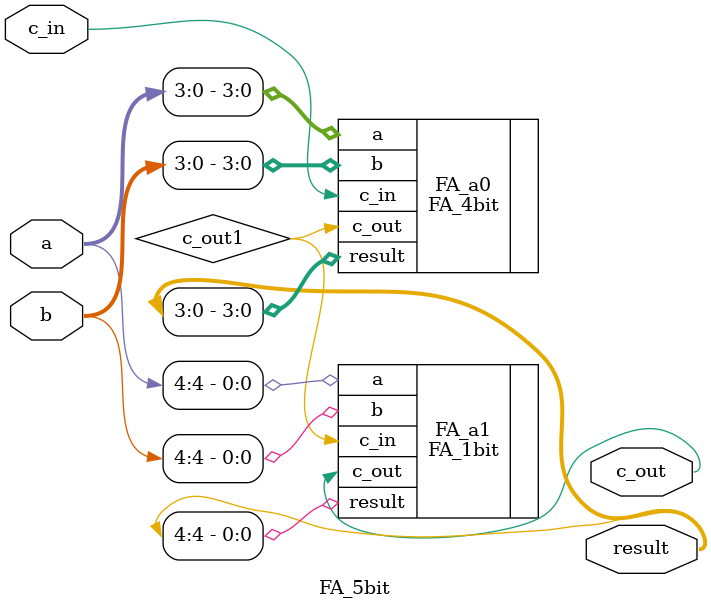
<source format=v>
module FA_5bit
(
    input [4:0] a,b,
    input c_in,
    output [4:0] result,
    output wire c_out
);
wire c_out1;
FA_4bit FA_a0(
    .a(a[3:0]),
    .b(b[3:0]),
    .c_in(c_in),
    .result(result[3:0]),
    .c_out(c_out1)
);
FA_1bit FA_a1(
    .a(a[4]),
    .b(b[4]),
    .c_in(c_out1),
    .result(result[4]),
    .c_out(c_out)
);
endmodule
</source>
